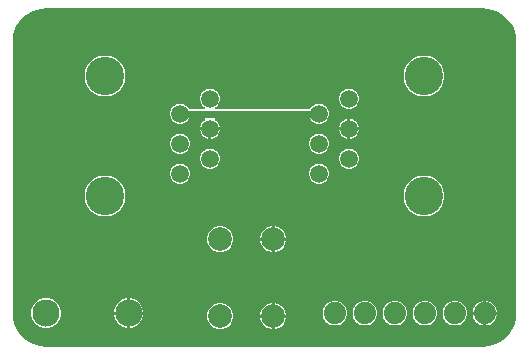
<source format=gbl>
G04*
G04 #@! TF.GenerationSoftware,Altium Limited,Altium Designer,24.3.1 (35)*
G04*
G04 Layer_Physical_Order=2*
G04 Layer_Color=16711680*
%FSLAX44Y44*%
%MOMM*%
G71*
G04*
G04 #@! TF.SameCoordinates,61AFF90D-CADD-405B-AF75-0EC62BA5F508*
G04*
G04*
G04 #@! TF.FilePolarity,Positive*
G04*
G01*
G75*
%ADD16C,0.6000*%
%ADD18C,2.0000*%
%ADD19C,3.2500*%
%ADD20C,1.5000*%
%ADD21C,1.8796*%
%ADD22C,2.3000*%
G36*
X500000Y588210D02*
X504413Y587863D01*
X508717Y586829D01*
X512807Y585135D01*
X516581Y582822D01*
X519947Y579947D01*
X522822Y576581D01*
X525135Y572807D01*
X526829Y568717D01*
X527863Y564413D01*
X528210Y560000D01*
X528216D01*
X528216Y560000D01*
Y330000D01*
X528216Y330000D01*
X528210D01*
X527863Y325587D01*
X526829Y321283D01*
X525135Y317193D01*
X522822Y313419D01*
X519947Y310053D01*
X516581Y307178D01*
X512807Y304865D01*
X508717Y303171D01*
X504413Y302137D01*
X500000Y301790D01*
Y301784D01*
X500000Y301784D01*
X130000D01*
X130000Y301784D01*
Y301790D01*
X125587Y302137D01*
X121283Y303171D01*
X117193Y304865D01*
X113419Y307178D01*
X110052Y310053D01*
X107178Y313419D01*
X104865Y317193D01*
X103171Y321283D01*
X102137Y325587D01*
X101790Y330000D01*
X101784D01*
Y560000D01*
X101784Y560000D01*
X101790D01*
X102137Y564413D01*
X103171Y568717D01*
X104865Y572807D01*
X107178Y576581D01*
X110053Y579948D01*
X113419Y582822D01*
X117193Y585135D01*
X121283Y586829D01*
X125587Y587863D01*
X130000Y588210D01*
Y588216D01*
X500000D01*
Y588210D01*
D02*
G37*
%LPC*%
G36*
X451699Y548050D02*
X448301D01*
X444968Y547387D01*
X441829Y546087D01*
X439004Y544199D01*
X436601Y541796D01*
X434713Y538971D01*
X433413Y535832D01*
X432750Y532499D01*
Y529101D01*
X433413Y525768D01*
X434713Y522629D01*
X436601Y519804D01*
X439004Y517401D01*
X441829Y515513D01*
X444968Y514213D01*
X448301Y513550D01*
X451699D01*
X455032Y514213D01*
X458171Y515513D01*
X460996Y517401D01*
X463399Y519804D01*
X465287Y522629D01*
X466587Y525768D01*
X467250Y529101D01*
Y532499D01*
X466587Y535832D01*
X465287Y538971D01*
X463399Y541796D01*
X460996Y544199D01*
X458171Y546087D01*
X455032Y547387D01*
X451699Y548050D01*
D02*
G37*
G36*
X181699D02*
X178301D01*
X174968Y547387D01*
X171829Y546087D01*
X169004Y544199D01*
X166601Y541796D01*
X164713Y538971D01*
X163413Y535832D01*
X162750Y532499D01*
Y529101D01*
X163413Y525768D01*
X164713Y522629D01*
X166601Y519804D01*
X169004Y517401D01*
X171829Y515513D01*
X174968Y514213D01*
X178301Y513550D01*
X181699D01*
X185032Y514213D01*
X188171Y515513D01*
X190996Y517401D01*
X193399Y519804D01*
X195287Y522629D01*
X196587Y525768D01*
X197250Y529101D01*
Y532499D01*
X196587Y535832D01*
X195287Y538971D01*
X193399Y541796D01*
X190996Y544199D01*
X188171Y546087D01*
X185032Y547387D01*
X181699Y548050D01*
D02*
G37*
G36*
X387619Y520250D02*
X385381D01*
X383219Y519671D01*
X381281Y518552D01*
X379698Y516969D01*
X378579Y515031D01*
X378000Y512869D01*
Y510631D01*
X378579Y508469D01*
X379698Y506531D01*
X381281Y504948D01*
X383219Y503829D01*
X385381Y503250D01*
X387619D01*
X389781Y503829D01*
X391719Y504948D01*
X393302Y506531D01*
X394421Y508469D01*
X395000Y510631D01*
Y512869D01*
X394421Y515031D01*
X393302Y516969D01*
X391719Y518552D01*
X389781Y519671D01*
X387619Y520250D01*
D02*
G37*
G36*
X270019D02*
X267781D01*
X265619Y519671D01*
X263681Y518552D01*
X262098Y516969D01*
X260979Y515031D01*
X260400Y512869D01*
Y510631D01*
X260979Y508469D01*
X262098Y506531D01*
X263681Y504948D01*
X264633Y504398D01*
X264293Y503128D01*
X250960D01*
X250302Y504269D01*
X248719Y505852D01*
X246781Y506971D01*
X244619Y507550D01*
X242381D01*
X240219Y506971D01*
X238281Y505852D01*
X236698Y504269D01*
X235579Y502331D01*
X235000Y500169D01*
Y497931D01*
X235579Y495769D01*
X236698Y493831D01*
X238281Y492248D01*
X240219Y491129D01*
X242381Y490550D01*
X244619D01*
X246781Y491129D01*
X248719Y492248D01*
X250302Y493831D01*
X250960Y494972D01*
X264293D01*
X264633Y493702D01*
X263681Y493152D01*
X262098Y491569D01*
X260979Y489631D01*
X260440Y487620D01*
X268900D01*
X277360D01*
X276821Y489631D01*
X275702Y491569D01*
X274119Y493152D01*
X273167Y493702D01*
X273507Y494972D01*
X353640D01*
X354298Y493831D01*
X355881Y492248D01*
X357819Y491129D01*
X359981Y490550D01*
X362219D01*
X364381Y491129D01*
X366319Y492248D01*
X367902Y493831D01*
X369021Y495769D01*
X369600Y497931D01*
Y500169D01*
X369021Y502331D01*
X367902Y504269D01*
X366319Y505852D01*
X364381Y506971D01*
X362219Y507550D01*
X359981D01*
X357819Y506971D01*
X355881Y505852D01*
X354298Y504269D01*
X353640Y503128D01*
X273507D01*
X273167Y504398D01*
X274119Y504948D01*
X275702Y506531D01*
X276821Y508469D01*
X277400Y510631D01*
Y512869D01*
X276821Y515031D01*
X275702Y516969D01*
X274119Y518552D01*
X272181Y519671D01*
X270019Y520250D01*
D02*
G37*
G36*
X387770Y494809D02*
Y487620D01*
X394959D01*
X394421Y489631D01*
X393302Y491569D01*
X391719Y493152D01*
X389781Y494271D01*
X387770Y494809D01*
D02*
G37*
G36*
X385230Y494809D02*
X383219Y494271D01*
X381281Y493152D01*
X379698Y491569D01*
X378579Y489631D01*
X378040Y487620D01*
X385230D01*
Y494809D01*
D02*
G37*
G36*
X394959Y485080D02*
X387770D01*
Y477891D01*
X389781Y478429D01*
X391719Y479548D01*
X393302Y481131D01*
X394421Y483069D01*
X394959Y485080D01*
D02*
G37*
G36*
X267630D02*
X260441D01*
X260979Y483069D01*
X262098Y481131D01*
X263681Y479548D01*
X265619Y478429D01*
X267630Y477891D01*
Y485080D01*
D02*
G37*
G36*
X277360D02*
X270170D01*
Y477890D01*
X272181Y478429D01*
X274119Y479548D01*
X275702Y481131D01*
X276821Y483069D01*
X277360Y485080D01*
D02*
G37*
G36*
X385230D02*
X378041D01*
X378579Y483069D01*
X379698Y481131D01*
X381281Y479548D01*
X383219Y478429D01*
X385230Y477890D01*
Y485080D01*
D02*
G37*
G36*
X362219Y482150D02*
X359981D01*
X357819Y481571D01*
X355881Y480452D01*
X354298Y478869D01*
X353179Y476931D01*
X352600Y474769D01*
Y472531D01*
X353179Y470369D01*
X354298Y468431D01*
X355881Y466848D01*
X357819Y465729D01*
X359981Y465150D01*
X362219D01*
X364381Y465729D01*
X366319Y466848D01*
X367902Y468431D01*
X369021Y470369D01*
X369600Y472531D01*
Y474769D01*
X369021Y476931D01*
X367902Y478869D01*
X366319Y480452D01*
X364381Y481571D01*
X362219Y482150D01*
D02*
G37*
G36*
X244619D02*
X242381D01*
X240219Y481571D01*
X238281Y480452D01*
X236698Y478869D01*
X235579Y476931D01*
X235000Y474769D01*
Y472531D01*
X235579Y470369D01*
X236698Y468431D01*
X238281Y466848D01*
X240219Y465729D01*
X242381Y465150D01*
X244619D01*
X246781Y465729D01*
X248719Y466848D01*
X250302Y468431D01*
X251421Y470369D01*
X252000Y472531D01*
Y474769D01*
X251421Y476931D01*
X250302Y478869D01*
X248719Y480452D01*
X246781Y481571D01*
X244619Y482150D01*
D02*
G37*
G36*
X387619Y469450D02*
X385381D01*
X383219Y468871D01*
X381281Y467752D01*
X379698Y466169D01*
X378579Y464231D01*
X378000Y462069D01*
Y459831D01*
X378579Y457669D01*
X379698Y455731D01*
X381281Y454148D01*
X383219Y453029D01*
X385381Y452450D01*
X387619D01*
X389781Y453029D01*
X391719Y454148D01*
X393302Y455731D01*
X394421Y457669D01*
X395000Y459831D01*
Y462069D01*
X394421Y464231D01*
X393302Y466169D01*
X391719Y467752D01*
X389781Y468871D01*
X387619Y469450D01*
D02*
G37*
G36*
X270019D02*
X267781D01*
X265619Y468871D01*
X263681Y467752D01*
X262098Y466169D01*
X260979Y464231D01*
X260400Y462069D01*
Y459831D01*
X260979Y457669D01*
X262098Y455731D01*
X263681Y454148D01*
X265619Y453029D01*
X267781Y452450D01*
X270019D01*
X272181Y453029D01*
X274119Y454148D01*
X275702Y455731D01*
X276821Y457669D01*
X277400Y459831D01*
Y462069D01*
X276821Y464231D01*
X275702Y466169D01*
X274119Y467752D01*
X272181Y468871D01*
X270019Y469450D01*
D02*
G37*
G36*
X362219Y456750D02*
X359981D01*
X357819Y456171D01*
X355881Y455052D01*
X354298Y453469D01*
X353179Y451531D01*
X352600Y449369D01*
Y447131D01*
X353179Y444969D01*
X354298Y443031D01*
X355881Y441448D01*
X357819Y440329D01*
X359981Y439750D01*
X362219D01*
X364381Y440329D01*
X366319Y441448D01*
X367902Y443031D01*
X369021Y444969D01*
X369600Y447131D01*
Y449369D01*
X369021Y451531D01*
X367902Y453469D01*
X366319Y455052D01*
X364381Y456171D01*
X362219Y456750D01*
D02*
G37*
G36*
X244619D02*
X242381D01*
X240219Y456171D01*
X238281Y455052D01*
X236698Y453469D01*
X235579Y451531D01*
X235000Y449369D01*
Y447131D01*
X235579Y444969D01*
X236698Y443031D01*
X238281Y441448D01*
X240219Y440329D01*
X242381Y439750D01*
X244619D01*
X246781Y440329D01*
X248719Y441448D01*
X250302Y443031D01*
X251421Y444969D01*
X252000Y447131D01*
Y449369D01*
X251421Y451531D01*
X250302Y453469D01*
X248719Y455052D01*
X246781Y456171D01*
X244619Y456750D01*
D02*
G37*
G36*
X451699Y446450D02*
X448301D01*
X444968Y445787D01*
X441829Y444487D01*
X439004Y442599D01*
X436601Y440196D01*
X434713Y437371D01*
X433413Y434232D01*
X432750Y430899D01*
Y427501D01*
X433413Y424168D01*
X434713Y421029D01*
X436601Y418204D01*
X439004Y415801D01*
X441829Y413913D01*
X444968Y412613D01*
X448301Y411950D01*
X451699D01*
X455032Y412613D01*
X458171Y413913D01*
X460996Y415801D01*
X463399Y418204D01*
X465287Y421029D01*
X466587Y424168D01*
X467250Y427501D01*
Y430899D01*
X466587Y434232D01*
X465287Y437371D01*
X463399Y440196D01*
X460996Y442599D01*
X458171Y444487D01*
X455032Y445787D01*
X451699Y446450D01*
D02*
G37*
G36*
X181699D02*
X178301D01*
X174968Y445787D01*
X171829Y444487D01*
X169004Y442599D01*
X166601Y440196D01*
X164713Y437371D01*
X163413Y434232D01*
X162750Y430899D01*
Y427501D01*
X163413Y424168D01*
X164713Y421029D01*
X166601Y418204D01*
X169004Y415801D01*
X171829Y413913D01*
X174968Y412613D01*
X178301Y411950D01*
X181699D01*
X185032Y412613D01*
X188171Y413913D01*
X190996Y415801D01*
X193399Y418204D01*
X195287Y421029D01*
X196587Y424168D01*
X197250Y427501D01*
Y430899D01*
X196587Y434232D01*
X195287Y437371D01*
X193399Y440196D01*
X190996Y442599D01*
X188171Y444487D01*
X185032Y445787D01*
X181699Y446450D01*
D02*
G37*
G36*
X323948Y403500D02*
X323770D01*
Y393770D01*
X333500D01*
Y393948D01*
X332750Y396746D01*
X331302Y399254D01*
X329254Y401302D01*
X326746Y402750D01*
X323948Y403500D01*
D02*
G37*
G36*
X321230D02*
X321052D01*
X318254Y402750D01*
X315746Y401302D01*
X313698Y399254D01*
X312250Y396746D01*
X311500Y393948D01*
Y393770D01*
X321230D01*
Y403500D01*
D02*
G37*
G36*
X333500Y391230D02*
X323770D01*
Y381500D01*
X323948D01*
X326746Y382250D01*
X329254Y383698D01*
X331302Y385746D01*
X332750Y388254D01*
X333500Y391052D01*
Y391230D01*
D02*
G37*
G36*
X321230D02*
X311500D01*
Y391052D01*
X312250Y388254D01*
X313698Y385746D01*
X315746Y383698D01*
X318254Y382250D01*
X321052Y381500D01*
X321230D01*
Y391230D01*
D02*
G37*
G36*
X278948Y403500D02*
X276052D01*
X273254Y402750D01*
X270746Y401302D01*
X268698Y399254D01*
X267250Y396746D01*
X266500Y393948D01*
Y391052D01*
X267250Y388254D01*
X268698Y385746D01*
X270746Y383698D01*
X273254Y382250D01*
X276052Y381500D01*
X278948D01*
X281746Y382250D01*
X284254Y383698D01*
X286302Y385746D01*
X287750Y388254D01*
X288500Y391052D01*
Y393948D01*
X287750Y396746D01*
X286302Y399254D01*
X284254Y401302D01*
X281746Y402750D01*
X278948Y403500D01*
D02*
G37*
G36*
X502969Y340398D02*
X502870D01*
Y331270D01*
X511998D01*
Y331369D01*
X511289Y334013D01*
X509920Y336385D01*
X507985Y338321D01*
X505614Y339689D01*
X502969Y340398D01*
D02*
G37*
G36*
X500330D02*
X500231D01*
X497587Y339689D01*
X495215Y338321D01*
X493279Y336385D01*
X491911Y334013D01*
X491202Y331369D01*
Y331270D01*
X500330D01*
Y340398D01*
D02*
G37*
G36*
X201646Y342500D02*
X201270D01*
Y331270D01*
X212500D01*
Y331646D01*
X211648Y334825D01*
X210002Y337675D01*
X207675Y340003D01*
X204825Y341648D01*
X201646Y342500D01*
D02*
G37*
G36*
X198730D02*
X198354D01*
X195175Y341648D01*
X192325Y340003D01*
X189998Y337675D01*
X188352Y334825D01*
X187500Y331646D01*
Y331270D01*
X198730D01*
Y342500D01*
D02*
G37*
G36*
X323948Y338500D02*
X323770D01*
Y328770D01*
X333500D01*
Y328948D01*
X332750Y331746D01*
X331302Y334254D01*
X329254Y336302D01*
X326746Y337750D01*
X323948Y338500D01*
D02*
G37*
G36*
X321230D02*
X321052D01*
X318254Y337750D01*
X315746Y336302D01*
X313698Y334254D01*
X312250Y331746D01*
X311500Y328948D01*
Y328770D01*
X321230D01*
Y338500D01*
D02*
G37*
G36*
X511998Y328730D02*
X502870D01*
Y319602D01*
X502969D01*
X505614Y320311D01*
X507985Y321679D01*
X509920Y323615D01*
X511289Y325987D01*
X511998Y328631D01*
Y328730D01*
D02*
G37*
G36*
X500330D02*
X491202D01*
Y328631D01*
X491911Y325987D01*
X493279Y323615D01*
X495215Y321679D01*
X497587Y320311D01*
X500231Y319602D01*
X500330D01*
Y328730D01*
D02*
G37*
G36*
X477569Y340398D02*
X474831D01*
X472187Y339689D01*
X469815Y338321D01*
X467879Y336385D01*
X466511Y334013D01*
X465802Y331369D01*
Y328631D01*
X466511Y325987D01*
X467879Y323615D01*
X469815Y321679D01*
X472187Y320311D01*
X474831Y319602D01*
X477569D01*
X480214Y320311D01*
X482584Y321679D01*
X484520Y323615D01*
X485889Y325987D01*
X486598Y328631D01*
Y331369D01*
X485889Y334013D01*
X484520Y336385D01*
X482584Y338321D01*
X480214Y339689D01*
X477569Y340398D01*
D02*
G37*
G36*
X452169D02*
X449431D01*
X446786Y339689D01*
X444416Y338321D01*
X442480Y336385D01*
X441111Y334013D01*
X440402Y331369D01*
Y328631D01*
X441111Y325987D01*
X442480Y323615D01*
X444416Y321679D01*
X446786Y320311D01*
X449431Y319602D01*
X452169D01*
X454813Y320311D01*
X457184Y321679D01*
X459120Y323615D01*
X460489Y325987D01*
X461198Y328631D01*
Y331369D01*
X460489Y334013D01*
X459120Y336385D01*
X457184Y338321D01*
X454813Y339689D01*
X452169Y340398D01*
D02*
G37*
G36*
X426769D02*
X424031D01*
X421386Y339689D01*
X419016Y338321D01*
X417080Y336385D01*
X415711Y334013D01*
X415002Y331369D01*
Y328631D01*
X415711Y325987D01*
X417080Y323615D01*
X419016Y321679D01*
X421386Y320311D01*
X424031Y319602D01*
X426769D01*
X429413Y320311D01*
X431785Y321679D01*
X433720Y323615D01*
X435089Y325987D01*
X435798Y328631D01*
Y331369D01*
X435089Y334013D01*
X433720Y336385D01*
X431785Y338321D01*
X429413Y339689D01*
X426769Y340398D01*
D02*
G37*
G36*
X401369D02*
X398631D01*
X395987Y339689D01*
X393615Y338321D01*
X391679Y336385D01*
X390311Y334013D01*
X389602Y331369D01*
Y328631D01*
X390311Y325987D01*
X391679Y323615D01*
X393615Y321679D01*
X395987Y320311D01*
X398631Y319602D01*
X401369D01*
X404013Y320311D01*
X406385Y321679D01*
X408320Y323615D01*
X409689Y325987D01*
X410398Y328631D01*
Y331369D01*
X409689Y334013D01*
X408320Y336385D01*
X406385Y338321D01*
X404013Y339689D01*
X401369Y340398D01*
D02*
G37*
G36*
X375969D02*
X373231D01*
X370587Y339689D01*
X368215Y338321D01*
X366279Y336385D01*
X364911Y334013D01*
X364202Y331369D01*
Y328631D01*
X364911Y325987D01*
X366279Y323615D01*
X368215Y321679D01*
X370587Y320311D01*
X373231Y319602D01*
X375969D01*
X378614Y320311D01*
X380984Y321679D01*
X382920Y323615D01*
X384289Y325987D01*
X384998Y328631D01*
Y331369D01*
X384289Y334013D01*
X382920Y336385D01*
X380984Y338321D01*
X378614Y339689D01*
X375969Y340398D01*
D02*
G37*
G36*
X212500Y328730D02*
X201270D01*
Y317500D01*
X201646D01*
X204825Y318352D01*
X207675Y319998D01*
X210002Y322325D01*
X211648Y325175D01*
X212500Y328354D01*
Y328730D01*
D02*
G37*
G36*
X198730D02*
X187500D01*
Y328354D01*
X188352Y325175D01*
X189998Y322325D01*
X192325Y319998D01*
X195175Y318352D01*
X198354Y317500D01*
X198730D01*
Y328730D01*
D02*
G37*
G36*
X131646Y342500D02*
X128354D01*
X125175Y341648D01*
X122325Y340003D01*
X119998Y337675D01*
X118352Y334825D01*
X117500Y331646D01*
Y328354D01*
X118352Y325175D01*
X119998Y322325D01*
X122325Y319998D01*
X125175Y318352D01*
X128354Y317500D01*
X131646D01*
X134825Y318352D01*
X137675Y319998D01*
X140002Y322325D01*
X141648Y325175D01*
X142500Y328354D01*
Y331646D01*
X141648Y334825D01*
X140002Y337675D01*
X137675Y340003D01*
X134825Y341648D01*
X131646Y342500D01*
D02*
G37*
G36*
X333500Y326230D02*
X323770D01*
Y316500D01*
X323948D01*
X326746Y317250D01*
X329254Y318698D01*
X331302Y320746D01*
X332750Y323254D01*
X333500Y326052D01*
Y326230D01*
D02*
G37*
G36*
X321230D02*
X311500D01*
Y326052D01*
X312250Y323254D01*
X313698Y320746D01*
X315746Y318698D01*
X318254Y317250D01*
X321052Y316500D01*
X321230D01*
Y326230D01*
D02*
G37*
G36*
X278948Y338500D02*
X276052D01*
X273254Y337750D01*
X270746Y336302D01*
X268698Y334254D01*
X267250Y331746D01*
X266500Y328948D01*
Y326052D01*
X267250Y323254D01*
X268698Y320746D01*
X270746Y318698D01*
X273254Y317250D01*
X276052Y316500D01*
X278948D01*
X281746Y317250D01*
X284254Y318698D01*
X286302Y320746D01*
X287750Y323254D01*
X288500Y326052D01*
Y328948D01*
X287750Y331746D01*
X286302Y334254D01*
X284254Y336302D01*
X281746Y337750D01*
X278948Y338500D01*
D02*
G37*
%LPD*%
D16*
X243500Y499050D02*
X361100D01*
D18*
X322500Y392500D02*
D03*
Y327500D02*
D03*
X277500D02*
D03*
Y392500D02*
D03*
D19*
X450000Y530800D02*
D03*
Y429200D02*
D03*
X180000Y530800D02*
D03*
Y429200D02*
D03*
D20*
X386500Y511750D02*
D03*
X361100Y499050D02*
D03*
X386500Y486350D02*
D03*
X361100Y473650D02*
D03*
X386500Y460950D02*
D03*
X361100Y448250D02*
D03*
X268900Y511750D02*
D03*
X243500Y499050D02*
D03*
X268900Y486350D02*
D03*
X243500Y473650D02*
D03*
X268900Y460950D02*
D03*
X243500Y448250D02*
D03*
D21*
X374600Y330000D02*
D03*
X400000D02*
D03*
X425400D02*
D03*
X450800D02*
D03*
X476200D02*
D03*
X501600D02*
D03*
D22*
X130000Y330000D02*
D03*
X200000D02*
D03*
M02*

</source>
